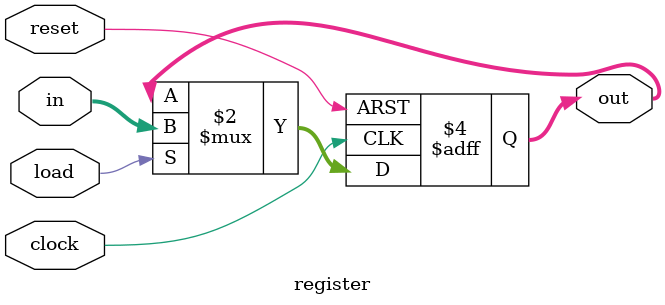
<source format=v>
`timescale 1ns/1ns
module register
  #(parameter Width = 32)
  ( input [Width-1:0] in,
    output reg [Width-1:0] out,
    input load, clock, reset
  );
  
  always @(posedge clock, posedge reset)
    if(reset) out <= 0;
    else if(load) out <= in;
endmodule

</source>
